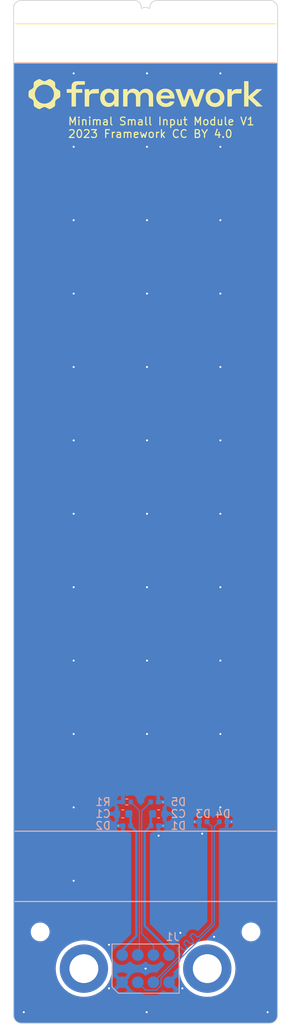
<source format=kicad_pcb>
(kicad_pcb (version 20221018) (generator pcbnew)
  (title_block (title "Minimal Small Input Module") (date "2023-03-12") (rev "V1") (company "Framework Computer Inc") (comment 1 "https://frame.work") (comment 2 "https://github.com/FrameworkComputer/InputModules") (comment 3 "This work is licensed under a Creative Commons Attribution 4.0 International License"))
  (layers (0 "F.Cu" signal) (31 "B.Cu" signal) (34 "B.Paste" user) (35 "F.Paste" user) (36 "B.SilkS" user "B.Silkscreen") (37 "F.SilkS" user "F.Silkscreen") (38 "B.Mask" user) (39 "F.Mask" user) (44 "Edge.Cuts" user))
  (net 0 "")
  (net 1 "GND")
  (net 2 "+3V3")
  (net 3 "+5V")
  (net 4 "/USB_DP")
  (net 5 "/USB_DN")
  (net 6 "/~{SLEEP}")
  (net 7 "/BOARD_ID")
  (footprint "MountingHole:MountingHole_2.1mm" (layer "F.Cu") (at 80.42 169.3)
    (fp_text reference "H4" hide)
    (fp_text value "MountingHole")
    (pad "" np_thru_hole circle (at 0 0) (size 2.1 2.1) (drill 2.1) (layers "*.Cu" "*.Mask"))
  )
  (footprint "MountingHole:MountingHole_2.1mm" (layer "F.Cu") (at 53.41 169.3)
    (fp_text reference "H3" hide)
    (fp_text value "MountingHole")
    (pad "" np_thru_hole circle (at 0 0) (size 2.1 2.1) (drill 2.1) (layers "*.Cu" "*.Mask"))
  )
  (footprint "InputModule:Framework-Logo_3.8mm_SilkScreen" (layer "F.Cu") (at 66.9125 62)
    (fp_text reference "G***" hide)
    (fp_text value "LOGO" hide)
    (fp_poly (pts (xy 13.191358 -0.696725) (xy 13.194163 0.264742) (xy 13.701497 -0.186237) (xy 14.20883 -0.637215) (xy 14.944264 -0.631431) (xy 14.35715 -0.116281) (xy 14.260339 -0.031182) (xy 14.168592 0.049769) (xy 14.083214 0.125399) (xy 14.005512 0.194538) (xy 13.936789 0.256016) (xy 13.878352 0.308661) (xy 13.831505 0.351303) (xy 13.797555 0.382771) (xy 13.777807 0.401895) (xy 13.773107 0.407511) (xy 13.781381 0.416351) (xy 13.80428 0.439065) (xy 13.840504 0.474402) (xy 13.888752 0.521109) (xy 13.947727 0.577936) (xy 14.016126 0.643632) (xy 14.09265 0.716946) (xy 14.176 0.796625) (xy 14.264875 0.881419) (xy 14.319758 0.933702) (xy 14.413547 1.023038) (xy 14.504318 1.109576) (xy 14.590548 1.191856) (xy 14.670712 1.268421) (xy 14.743286 1.337814) (xy 14.806745 1.398576) (xy 14.859567 1.44925) (xy 14.900225 1.488378) (xy 14.927198 1.514503) (xy 14.934615 1.521777) (xy 15.005892 1.592305) (xy 14.627135 1.591974) (xy 14.248379 1.591643) (xy 13.721271 1.089668) (xy 13.194163 0.587692) (xy 13.191307 1.089998) (xy 13.188451 1.592305) (xy 12.628621 1.592305) (xy 12.628621 -1.658193) (xy 13.188553 -1.658193)) (fill solid) (layer "F.SilkS"))
    (fp_poly (pts (xy 12.299178 -0.089694) (xy 11.890121 -0.084905) (xy 11.773837 -0.083384) (xy 11.676988 -0.081594) (xy 11.597046 -0.079241) (xy 11.531484 -0.076031) (xy 11.477773 -0.071671) (xy 11.433387 -0.065866) (xy 11.395797 -0.058322) (xy 11.362476 -0.048746) (xy 11.330896 -0.036842) (xy 11.298528 -0.022318) (xy 11.281542 -0.01412) (xy 11.204113 0.035213) (xy 11.142885 0.0993) (xy 11.098119 0.177789) (xy 11.070073 0.270326) (xy 11.069345 0.274092) (xy 11.066999 0.297725) (xy 11.064879 0.341747) (xy 11.063008 0.404589) (xy 11.061411 0.484679) (xy 11.060116 0.580444) (xy 11.059145 0.690315) (xy 11.058526 0.812718) (xy 11.058282 0.946084) (xy 11.058279 0.962372) (xy 11.058279 1.592305) (xy 10.487246 1.592305) (xy 10.487246 -0.636922) (xy 11.058279 -0.636922) (xy 11.058279 -0.283014) (xy 11.103022 -0.350017) (xy 11.173973 -0.436631) (xy 11.262137 -0.510308) (xy 11.366477 -0.570329) (xy 11.485955 -0.615973) (xy 11.486733 -0.616207) (xy 11.510544 -0.623001) (xy 11.533849 -0.62848) (xy 11.559392 -0.632822) (xy 11.589915 -0.636205) (xy 11.628161 -0.638806) (xy 11.676873 -0.640804) (xy 11.738795 -0.642376) (xy 11.816669 -0.643699) (xy 11.913238 -0.644953) (xy 11.934046 -0.645199) (xy 12.299178 -0.64948)) (fill solid) (layer "F.SilkS"))
    (fp_poly (pts (xy -5.984868 -0.089694) (xy -6.393926 -0.084905) (xy -6.505552 -0.083442) (xy -6.597553 -0.081838) (xy -6.672267 -0.079981) (xy -6.732034 -0.07776) (xy -6.77919 -0.075062) (xy -6.816075 -0.071775) (xy -6.845025 -0.067787) (xy -6.868381 -0.062986) (xy -6.87244 -0.061956) (xy -6.969931 -0.028672) (xy -7.052561 0.015783) (xy -7.118443 0.070117) (xy -7.165688 0.133039) (xy -7.170453 0.14196) (xy -7.18153 0.164502) (xy -7.191013 0.186641) (xy -7.199027 0.210211) (xy -7.205695 0.237044) (xy -7.211141 0.268975) (xy -7.21549 0.307836) (xy -7.218865 0.35546) (xy -7.221389 0.413681) (xy -7.223187 0.484332) (xy -7.224383 0.569247) (xy -7.225101 0.670258) (xy -7.225463 0.7892) (xy -7.225596 0.927905) (xy -7.225605 0.958128) (xy -7.225768 1.592305) (xy -7.796801 1.592305) (xy -7.796801 -0.636922) (xy -7.225768 -0.636922) (xy -7.225768 -0.283014) (xy -7.181025 -0.350017) (xy -7.110074 -0.436631) (xy -7.02191 -0.510308) (xy -6.91757 -0.570329) (xy -6.798092 -0.615973) (xy -6.797313 -0.616207) (xy -6.773502 -0.623001) (xy -6.750197 -0.62848) (xy -6.724655 -0.632822) (xy -6.694132 -0.636205) (xy -6.655886 -0.638806) (xy -6.607173 -0.640804) (xy -6.545252 -0.642376) (xy -6.467378 -0.643699) (xy -6.370809 -0.644953) (xy -6.35 -0.645199) (xy -5.984868 -0.64948)) (fill solid) (layer "F.SilkS"))
    (fp_poly (pts (xy -7.777361 -1.430328) (xy -7.780329 -1.202464) (xy -8.241548 -1.196973) (xy -8.354723 -1.195581) (xy -8.448112 -1.19427) (xy -8.523891 -1.19292) (xy -8.584235 -1.191409) (xy -8.63132 -1.189616) (xy -8.667323 -1.187419) (xy -8.694419 -1.184699) (xy -8.714784 -1.181333) (xy -8.730593 -1.177201) (xy -8.744022 -1.172181) (xy -8.752184 -1.168534) (xy -8.789623 -1.145966) (xy -8.827622 -1.115204) (xy -8.84216 -1.100555) (xy -8.869598 -1.065149) (xy -8.889796 -1.025999) (xy -8.903682 -0.979235) (xy -8.912184 -0.920989) (xy -8.916227 -0.847391) (xy -8.916905 -0.788668) (xy -8.916905 -0.636922) (xy -8.115262 -0.636922) (xy -8.115262 -0.164721) (xy -8.916905 -0.164721) (xy -8.916905 1.592305) (xy -9.487938 1.592305) (xy -9.487938 -0.164721) (xy -10.102897 -0.164721) (xy -10.102897 -0.636922) (xy -9.490525 -0.636922) (xy -9.484891 -0.886749) (xy -9.482167 -0.983243) (xy -9.478714 -1.060079) (xy -9.474362 -1.119554) (xy -9.468941 -1.163965) (xy -9.462282 -1.195609) (xy -9.462035 -1.196476) (xy -9.419784 -1.307455) (xy -9.361254 -1.403747) (xy -9.286851 -1.484952) (xy -9.196974 -1.550669) (xy -9.092028 -1.600499) (xy -9.037085 -1.618468) (xy -9.002078 -1.62745) (xy -8.963906 -1.635029) (xy -8.920503 -1.641313) (xy -8.869801 -1.646411) (xy -8.809732 -1.650432) (xy -8.738231 -1.653485) (xy -8.65323 -1.655678) (xy -8.552661 -1.657121) (xy -8.434458 -1.657922) (xy -8.296553 -1.658191) (xy -8.282794 -1.658193) (xy -7.774393 -1.658193)) (fill solid) (layer "F.SilkS"))
    (fp_poly (pts (xy 9.070952 -0.68246) (xy 9.230199 -0.654216) (xy 9.378923 -0.606888) (xy 9.517649 -0.540267) (xy 9.646901 -0.454145) (xy 9.767203 -0.348313) (xy 9.768735 -0.346783) (xy 9.871645 -0.228552) (xy 9.956115 -0.098742) (xy 10.021711 0.041649) (xy 10.067996 0.191622) (xy 10.094537 0.350179) (xy 10.099319 0.411803) (xy 10.097763 0.574071) (xy 10.075937 0.73065) (xy 10.034704 0.880063) (xy 9.974931 1.020834) (xy 9.897484 1.151486) (xy 9.803228 1.270543) (xy 9.69303 1.37653) (xy 9.567755 1.467969) (xy 9.438403 1.538693) (xy 9.327224 1.58287) (xy 9.204886 1.617675) (xy 9.077728 1.642009) (xy 8.952088 1.654771) (xy 8.834307 1.654863) (xy 8.790618 1.651083) (xy 8.623915 1.624268) (xy 8.47313 1.58387) (xy 8.336246 1.528982) (xy 8.211245 1.458696) (xy 8.096109 1.372107) (xy 8.026575 1.307622) (xy 7.923883 1.191011) (xy 7.840794 1.065843) (xy 7.776993 0.931314) (xy 7.732163 0.786622) (xy 7.705989 0.630963) (xy 7.69831 0.477691) (xy 8.269001 0.477691) (xy 8.2786 0.602568) (xy 8.306373 0.717796) (xy 8.350785 0.82211) (xy 8.410299 0.914245) (xy 8.483379 0.992937) (xy 8.56849 1.05692) (xy 8.664096 1.104931) (xy 8.768661 1.135704) (xy 8.880649 1.147974) (xy 8.998525 1.140477) (xy 9.059663 1.12881) (xy 9.15314 1.097492) (xy 9.240231 1.047979) (xy 9.323948 0.978507) (xy 9.335246 0.967412) (xy 9.401608 0.892332) (xy 9.451523 0.814257) (xy 9.489027 0.726143) (xy 9.506423 0.66863) (xy 9.5182 0.604948) (xy 9.524343 0.528201) (xy 9.524867 0.446471) (xy 9.519791 0.36784) (xy 9.509128 0.300389) (xy 9.50566 0.286468) (xy 9.464568 0.174077) (xy 9.406808 0.073625) (xy 9.334046 -0.013181) (xy 9.247948 -0.084634) (xy 9.150183 -0.139025) (xy 9.059663 -0.170436) (xy 8.99319 -0.181809) (xy 8.915474 -0.185872) (xy 8.834222 -0.182967) (xy 8.757144 -0.173435) (xy 8.691947 -0.157618) (xy 8.680804 -0.153651) (xy 8.575229 -0.102204) (xy 8.48362 -0.034543) (xy 8.40695 0.047838) (xy 8.346195 0.143445) (xy 8.30233 0.250782) (xy 8.27633 0.368354) (xy 8.269001 0.477691) (xy 7.69831 0.477691) (xy 7.698112 0.473733) (xy 7.708101 0.307232) (xy 7.737595 0.150494) (xy 7.786379 0.003932) (xy 7.854237 -0.132037) (xy 7.940954 -0.256999) (xy 8.046315 -0.370539) (xy 8.170105 -0.472241) (xy 8.199233 -0.492607) (xy 8.332362 -0.56999) (xy 8.476113 -0.628388) (xy 8.630709 -0.667865) (xy 8.796374 -0.688483) (xy 8.900657 -0.691829)) (fill solid) (layer "F.SilkS"))
    (fp_poly (pts (xy -4.650903 -0.679798) (xy -4.571159 -0.670673) (xy -4.51885 -0.66008) (xy -4.409776 -0.623382) (xy -4.304142 -0.572313) (xy -4.206483 -0.509795) (xy -4.121335 -0.438752) (xy -4.053233 -0.362108) (xy -4.050249 -0.358033) (xy -4.019196 -0.315165) (xy -4.019196 -0.636922) (xy -3.448163 -0.636922) (xy -3.448163 1.592305) (xy -4.008215 1.592305) (xy -4.00873 1.424838) (xy -4.009246 1.257372) (xy -4.038154 1.295806) (xy -4.05864 1.320208) (xy -4.089972 1.354249) (xy -4.127046 1.392472) (xy -4.148796 1.414046) (xy -4.239654 1.488748) (xy -4.34549 1.55145) (xy -4.461381 1.599438) (xy -4.513359 1.614948) (xy -4.573022 1.626784) (xy -4.647027 1.635649) (xy -4.727911 1.641163) (xy -4.808207 1.642947) (xy -4.88045 1.64062) (xy -4.925162 1.635902) (xy -5.070656 1.602823) (xy -5.208027 1.550335) (xy -5.33532 1.479556) (xy -5.450578 1.391606) (xy -5.551847 1.287604) (xy -5.567625 1.26829) (xy -5.649431 1.148351) (xy -5.715605 1.015206) (xy -5.765773 0.871449) (xy -5.79956 0.719672) (xy -5.816591 0.562469) (xy -5.816528 0.459828) (xy -5.237723 0.459828) (xy -5.23507 0.549761) (xy -5.225214 0.633203) (xy -5.216918 0.672431) (xy -5.177576 0.786382) (xy -5.121667 0.887397) (xy -5.050311 0.974143) (xy -4.96463 1.045284) (xy -4.865745 1.099486) (xy -4.854014 1.104396) (xy -4.753404 1.134283) (xy -4.644997 1.146776) (xy -4.53477 1.141588) (xy -4.447471 1.124007) (xy -4.346944 1.084879) (xy -4.25634 1.027137) (xy -4.177246 0.952484) (xy -4.111249 0.862626) (xy -4.05994 0.759268) (xy -4.033561 0.679612) (xy -4.022233 0.618921) (xy -4.015852 0.54438) (xy -4.014401 0.463535) (xy -4.017863 0.383929) (xy -4.026221 0.313108) (xy -4.034494 0.274535) (xy -4.074847 0.163999) (xy -4.131426 0.065105) (xy -4.202442 -0.020274) (xy -4.286109 -0.090269) (xy -4.380639 -0.143008) (xy -4.459891 -0.17073) (xy -4.515835 -0.180619) (xy -4.584625 -0.185442) (xy -4.657736 -0.185209) (xy -4.726646 -0.179933) (xy -4.780173 -0.170332) (xy -4.884969 -0.132028) (xy -4.97963 -0.075297) (xy -5.06238 -0.002017) (xy -5.131443 0.085929) (xy -5.185044 0.186662) (xy -5.221024 0.296665) (xy -5.233074 0.372447) (xy -5.237723 0.459828) (xy -5.816528 0.459828) (xy -5.816492 0.402432) (xy -5.798888 0.242154) (xy -5.763405 0.084229) (xy -5.746589 0.029679) (xy -5.702354 -0.085331) (xy -5.649051 -0.187012) (xy -5.582862 -0.281492) (xy -5.499967 -0.374901) (xy -5.485214 -0.38984) (xy -5.386175 -0.479262) (xy -5.284879 -0.550192) (xy -5.176287 -0.605393) (xy -5.055361 -0.647628) (xy -4.980637 -0.666588) (xy -4.911196 -0.677553) (xy -4.828225 -0.683341) (xy -4.739026 -0.684055)) (fill solid) (layer "F.SilkS"))
    (fp_poly (pts (xy 2.718428 -0.683016) (xy 2.873012 -0.656434) (xy 3.016018 -0.611693) (xy 3.148265 -0.548486) (xy 3.270569 -0.466508) (xy 3.360827 -0.388144) (xy 3.463433 -0.276501) (xy 3.547306 -0.156857) (xy 3.613096 -0.02769) (xy 3.661452 0.11252) (xy 3.693024 0.265295) (xy 3.708161 0.42553) (xy 3.715006 0.571033) (xy 1.943709 0.571033) (xy 1.943709 0.60167) (xy 1.949058 0.648718) (xy 1.963819 0.708173) (xy 1.986069 0.773632) (xy 2.01388 0.838692) (xy 2.01681 0.844758) (xy 2.073174 0.935831) (xy 2.146352 1.015364) (xy 2.233538 1.08169) (xy 2.331925 1.133141) (xy 2.438709 1.168053) (xy 2.551085 1.184756) (xy 2.59114 1.185992) (xy 2.697543 1.178232) (xy 2.801955 1.156052) (xy 2.899965 1.121107) (xy 2.987162 1.075048) (xy 3.059134 1.019529) (xy 3.073365 1.005284) (xy 3.130945 0.944401) (xy 3.410349 0.944401) (xy 3.486084 0.944544) (xy 3.554024 0.944944) (xy 3.611255 0.945563) (xy 3.65486 0.946361) (xy 3.681927 0.947299) (xy 3.689753 0.948187) (xy 3.686596 0.959808) (xy 3.678429 0.985936) (xy 3.670028 1.011765) (xy 3.625375 1.114885) (xy 3.561526 1.21545) (xy 3.481247 1.310661) (xy 3.387302 1.397719) (xy 3.282458 1.473824) (xy 3.169479 1.536177) (xy 3.138032 1.550252) (xy 2.997425 1.599486) (xy 2.844841 1.633464) (xy 2.684644 1.651603) (xy 2.521205 1.653317) (xy 2.422552 1.646129) (xy 2.264431 1.61919) (xy 2.11319 1.573038) (xy 1.970844 1.508775) (xy 1.839409 1.427501) (xy 1.720901 1.33032) (xy 1.617335 1.218332) (xy 1.600654 1.196974) (xy 1.550733 1.122369) (xy 1.502118 1.03338) (xy 1.458366 0.937467) (xy 1.423037 0.842093) (xy 1.409364 0.795894) (xy 1.398567 0.753344) (xy 1.39075 0.715769) (xy 1.385417 0.678096) (xy 1.382067 0.635253) (xy 1.380202 0.582168) (xy 1.379324 0.513766) (xy 1.379175 0.488673) (xy 1.379395 0.402741) (xy 1.381516 0.333175) (xy 1.386288 0.274405) (xy 1.39446 0.220865) (xy 1.402277 0.186684) (xy 1.965672 0.186684) (xy 3.1202 0.186684) (xy 3.113261 0.161976) (xy 3.087591 0.094512) (xy 3.049069 0.022771) (xy 3.002757 -0.044817) (xy 2.959173 -0.094566) (xy 2.879045 -0.16077) (xy 2.791004 -0.208448) (xy 2.692816 -0.238448) (xy 2.582248 -0.251615) (xy 2.542634 -0.25241) (xy 2.423475 -0.243979) (xy 2.317385 -0.218658) (xy 2.222637 -0.175788) (xy 2.137502 -0.114709) (xy 2.106623 -0.085901) (xy 2.072262 -0.046434) (xy 2.038269 0.001485) (xy 2.007669 0.052509) (xy 1.983489 0.101292) (xy 1.968754 0.142488) (xy 1.965672 0.163128) (xy 1.965672 0.186684) (xy 1.402277 0.186684) (xy 1.406781 0.166987) (xy 1.423999 0.107202) (xy 1.435315 0.071379) (xy 1.4861 -0.060402) (xy 1.550222 -0.178591) (xy 1.631034 -0.288832) (xy 1.685598 -0.350012) (xy 1.797927 -0.452755) (xy 1.923226 -0.537774) (xy 2.061498 -0.605073) (xy 2.163337 -0.640836) (xy 2.237984 -0.661483) (xy 2.307307 -0.676008) (xy 2.378085 -0.6853) (xy 2.457097 -0.69025) (xy 2.551121 -0.691745) (xy 2.551452 -0.691746)) (fill solid) (layer "F.SilkS"))
    (fp_poly (pts (xy 6.258654 0.079419) (xy 6.302858 0.201164) (xy 6.34499 0.31689) (xy 6.38444 0.424935) (xy 6.420594 0.52364) (xy 6.452842 0.611343) (xy 6.480571 0.686384) (xy 6.503171 0.747102) (xy 6.520028 0.791837) (xy 6.530532 0.818927) (xy 6.533967 0.826801) (xy 6.538673 0.818151) (xy 6.549874 0.790347) (xy 6.566982 0.745026) (xy 6.589411 0.683825) (xy 6.616575 0.60838) (xy 6.647887 0.520329) (xy 6.682761 0.421308) (xy 6.720611 0.312953) (xy 6.76085 0.196902) (xy 6.791653 0.107519) (xy 6.833374 -0.013667) (xy 6.87313 -0.128777) (xy 6.91033 -0.236123) (xy 6.944383 -0.334019) (xy 6.974698 -0.420777) (xy 7.000686 -0.494709) (xy 7.021754 -0.554128) (xy 7.037313 -0.597347) (xy 7.046771 -0.622677) (xy 7.049463 -0.628882) (xy 7.062108 -0.631096) (xy 7.093637 -0.632856) (xy 7.140974 -0.6341) (xy 7.201046 -0.634769) (xy 7.270776 -0.6348) (xy 7.327227 -0.634372) (xy 7.597408 -0.631431) (xy 6.782946 1.614267) (xy 6.528428 1.614267) (xy 6.447374 1.61422) (xy 6.385538 1.613908) (xy 6.340175 1.613076) (xy 6.308539 1.611468) (xy 6.287887 1.608828) (xy 6.275473 1.6049) (xy 6.268552 1.599428) (xy 6.26438 1.592158) (xy 6.263241 1.589559) (xy 6.257795 1.575393) (xy 6.24544 1.542289) (xy 6.226799 1.491938) (xy 6.202493 1.426033) (xy 6.173145 1.346267) (xy 6.139378 1.254333) (xy 6.101813 1.151922) (xy 6.061072 1.040727) (xy 6.017778 0.922441) (xy 5.978707 0.815594) (xy 5.919703 0.654669) (xy 5.867823 0.514252) (xy 5.822978 0.394107) (xy 5.785076 0.293999) (xy 5.754026 0.213691) (xy 5.729737 0.152949) (xy 5.712118 0.111536) (xy 5.701078 0.089217) (xy 5.696659 0.085331) (xy 5.691651 0.098544) (xy 5.679766 0.130729) (xy 5.661614 0.180214) (xy 5.637805 0.245323) (xy 5.60895 0.324382) (xy 5.575659 0.415718) (xy 5.538545 0.517657) (xy 5.498215 0.628523) (xy 5.455283 0.746644) (xy 5.415365 0.85655) (xy 5.142255 1.608777) (xy 4.89447 1.611726) (xy 4.822943 1.612186) (xy 4.759005 1.611848) (xy 4.705845 1.610793) (xy 4.666653 1.609097) (xy 4.644616 1.606839) (xy 4.641019 1.605508) (xy 4.63661 1.594356) (xy 4.625199 1.564268) (xy 4.607386 1.516863) (xy 4.583772 1.45376) (xy 4.554957 1.376578) (xy 4.521541 1.286934) (xy 4.484126 1.186448) (xy 4.443311 1.076738) (xy 4.399698 0.959424) (xy 4.353886 0.836123) (xy 4.306475 0.708454) (xy 4.258068 0.578036) (xy 4.209263 0.446488) (xy 4.160661 0.315428) (xy 4.112864 0.186475) (xy 4.06647 0.061247) (xy 4.022082 -0.058636) (xy 3.980299 -0.171557) (xy 3.941721 -0.275896) (xy 3.90695 -0.370035) (xy 3.876585 -0.452355) (xy 3.851228 -0.521237) (xy 3.831478 -0.575064) (xy 3.817936 -0.612216) (xy 3.811202 -0.631074) (xy 3.810549 -0.633147) (xy 3.821066 -0.634126) (xy 3.850764 -0.635011) (xy 3.896857 -0.635766) (xy 3.956564 -0.636359) (xy 4.027102 -0.636755) (xy 4.105686 -0.636919) (xy 4.11699 -0.636922) (xy 4.423431 -0.636922) (xy 4.455772 -0.546325) (xy 4.46511 -0.519774) (xy 4.480851 -0.474548) (xy 4.502271 -0.412744) (xy 4.528646 -0.336461) (xy 4.559251 -0.247798) (xy 4.593363 -0.148853) (xy 4.630256 -0.041724) (xy 4.669206 0.07149) (xy 4.709489 0.18869) (xy 4.711616 0.194883) (xy 4.750917 0.308796) (xy 4.788268 0.416109) (xy 4.823045 0.515093) (xy 4.854625 0.604016) (xy 4.882384 0.681148) (xy 4.905698 0.74476) (xy 4.923943 0.79312) (xy 4.936497 0.824498) (xy 4.942735 0.837165) (xy 4.943175 0.837295) (xy 4.948153 0.825866) (xy 4.959974 0.795434) (xy 4.978028 0.747658) (xy 5.001702 0.684192) (xy 5.030385 0.606694) (xy 5.063465 0.516821) (xy 5.100331 0.416228) (xy 5.140371 0.306574) (xy 5.182973 0.189514) (xy 5.219864 0.087851) (xy 5.488499 -0.653394) (xy 5.73965 -0.656335) (xy 5.990801 -0.659277)) (fill solid) (layer "F.SilkS"))
    (fp_poly (pts (xy -1.509944 -0.686381) (xy -1.44244 -0.677435) (xy -1.368078 -0.662942) (xy -1.294826 -0.644794) (xy -1.230651 -0.624881) (xy -1.199233 -0.61262) (xy -1.123918 -0.573489) (xy -1.045517 -0.522237) (xy -0.973047 -0.465071) (xy -0.939101 -0.433478) (xy -0.901836 -0.392848) (xy -0.864011 -0.345936) (xy -0.829482 -0.298119) (xy -0.802108 -0.254769) (xy -0.785746 -0.221262) (xy -0.784823 -0.218532) (xy -0.77777 -0.202967) (xy -0.7689 -0.201098) (xy -0.755865 -0.214691) (xy -0.736319 -0.245512) (xy -0.726554 -0.262356) (xy -0.668676 -0.346373) (xy -0.594137 -0.428265) (xy -0.508102 -0.503454) (xy -0.415735 -0.567367) (xy -0.333464 -0.610584) (xy -0.23282 -0.646395) (xy -0.120077 -0.671711) (xy -0.002988 -0.685427) (xy 0.110691 -0.686438) (xy 0.165322 -0.681647) (xy 0.254495 -0.668093) (xy 0.330304 -0.6507) (xy 0.401308 -0.626971) (xy 0.476065 -0.594408) (xy 0.494163 -0.585664) (xy 0.541818 -0.561128) (xy 0.580859 -0.537453) (xy 0.617105 -0.510287) (xy 0.656378 -0.475276) (xy 0.703328 -0.429243) (xy 0.749855 -0.381372) (xy 0.784581 -0.341985) (xy 0.812056 -0.304896) (xy 0.836825 -0.263923) (xy 0.863437 -0.212881) (xy 0.865549 -0.208647) (xy 0.88508 -0.169542) (xy 0.902044 -0.13494) (xy 0.916628 -0.103044) (xy 0.929019 -0.072057) (xy 0.939405 -0.040183) (xy 0.947974 -0.005625) (xy 0.954913 0.033414) (xy 0.96041 0.078731) (xy 0.964653 0.132123) (xy 0.967829 0.195385) (xy 0.970126 0.270316) (xy 0.971731 0.358712) (xy 0.972833 0.462369) (xy 0.973618 0.583084) (xy 0.974275 0.722655) (xy 0.974781 0.837333) (xy 0.978201 1.592305) (xy 0.418826 1.592305) (xy 0.414613 0.936165) (xy 0.413666 0.797334) (xy 0.412706 0.678679) (xy 0.411676 0.57841) (xy 0.410519 0.49474) (xy 0.409179 0.425882) (xy 0.407597 0.370048) (xy 0.405717 0.325449) (xy 0.403482 0.290299) (xy 0.400834 0.262808) (xy 0.397717 0.24119) (xy 0.394073 0.223656) (xy 0.391549 0.214138) (xy 0.351244 0.105693) (xy 0.297449 0.014501) (xy 0.230429 -0.059237) (xy 0.150447 -0.11532) (xy 0.057765 -0.153544) (xy -0.047355 -0.173707) (xy -0.117235 -0.177052) (xy -0.189863 -0.174751) (xy -0.24968 -0.166711) (xy -0.305493 -0.151071) (xy -0.366106 -0.125973) (xy -0.372 -0.123232) (xy -0.427497 -0.089574) (xy -0.484961 -0.041852) (xy -0.538059 0.013662) (xy -0.580462 0.070696) (xy -0.596163 0.098833) (xy -0.609548 0.126784) (xy -0.621017 0.152158) (xy -0.63073 0.176845) (xy -0.638846 0.202734) (xy -0.645524 0.231715) (xy -0.650924 0.265676) (xy -0.655205 0.306507) (xy -0.658526 0.356096) (xy -0.661046 0.416334) (xy -0.662925 0.489109) (xy -0.664321 0.576311) (xy -0.665394 0.679829) (xy -0.666304 0.801552) (xy -0.667198 0.941656) (xy -0.671274 1.592305) (xy -1.228385 1.592305) (xy -1.232598 0.936165) (xy -1.233546 0.797334) (xy -1.234506 0.678679) (xy -1.235536 0.57841) (xy -1.236692 0.49474) (xy -1.238033 0.425882) (xy -1.239615 0.370048) (xy -1.241494 0.325449) (xy -1.24373 0.290299) (xy -1.246377 0.262808) (xy -1.249494 0.24119) (xy -1.253138 0.223656) (xy -1.255662 0.214138) (xy -1.295968 0.105693) (xy -1.349762 0.014501) (xy -1.416782 -0.059237) (xy -1.496765 -0.11532) (xy -1.589447 -0.153544) (xy -1.694566 -0.173707) (xy -1.764446 -0.177052) (xy -1.837613 -0.174698) (xy -1.897797 -0.166533) (xy -1.953609 -0.150746) (xy -2.013661 -0.125528) (xy -2.016977 -0.123964) (xy -2.101981 -0.071739) (xy -2.174599 -0.00178) (xy -2.234097 0.085031) (xy -2.279741 0.187808) (xy -2.2822 0.194987) (xy -2.310835 0.280026) (xy -2.314723 0.936165) (xy -2.318611 1.592305) (xy -2.877129 1.592305) (xy -2.877129 -0.636922) (xy -2.317609 -0.636922) (xy -2.314598 -0.454312) (xy -2.311587 -0.271703) (xy -2.276209 -0.326334) (xy -2.241868 -0.371311) (xy -2.194505 -0.422575) (xy -2.139758 -0.474835) (xy -2.08327 -0.5228) (xy -2.030679 -0.561179) (xy -2.016238 -0.570191) (xy -1.917258 -0.618754) (xy -1.806425 -0.655789) (xy -1.69072 -0.679696) (xy -1.577125 -0.688871)) (fill solid) (layer "F.SilkS"))
    (fp_poly (pts (xy -13.60297 -1.921505) (xy -13.581398 -1.920442) (xy -13.559572 -1.916639) (xy -13.534705 -1.908824) (xy -13.504009 -1.895728) (xy -13.464696 -1.87608) (xy -13.413979 -1.848609) (xy -13.349069 -1.812046) (xy -13.295381 -1.781329) (xy -13.219304 -1.738685) (xy -13.157437 -1.706838) (xy -13.105758 -1.684338) (xy -13.060249 -1.669731) (xy -13.016888 -1.661567) (xy -12.971657 -1.658393) (xy -12.954425 -1.658193) (xy -12.913051 -1.660019) (xy -12.872598 -1.666352) (xy -12.829743 -1.678476) (xy -12.781165 -1.697673) (xy -12.723541 -1.725227) (xy -12.653548 -1.762419) (xy -12.584681 -1.800959) (xy -12.506665 -1.844672) (xy -12.444036 -1.877743) (xy -12.393438 -1.900982) (xy -12.351518 -1.915198) (xy -12.314919 -1.921202) (xy -12.280287 -1.919803) (xy -12.244268 -1.91181) (xy -12.203507 -1.898033) (xy -12.195249 -1.894941) (xy -12.112574 -1.859965) (xy -12.023347 -1.815749) (xy -11.932435 -1.765226) (xy -11.844705 -1.71133) (xy -11.765026 -1.656993) (xy -11.698266 -1.605148) (xy -11.66606 -1.576092) (xy -11.622246 -1.525945) (xy -11.598615 -1.480839) (xy -11.597487 -1.476999) (xy -11.593628 -1.45189) (xy -11.590267 -1.409005) (xy -11.587605 -1.352526) (xy -11.585842 -1.286639) (xy -11.58518 -1.218936) (xy -11.584566 -1.131412) (xy -11.582669 -1.062001) (xy -11.578953 -1.006868) (xy -11.572881 -0.962176) (xy -11.563917 -0.924089) (xy -11.551525 -0.888771) (xy -11.535168 -0.852385) (xy -11.533454 -0.848867) (xy -11.510163 -0.807634) (xy -11.481131 -0.769423) (xy -11.443757 -0.732039) (xy -11.395438 -0.693289) (xy -11.333572 -0.650977) (xy -11.255557 -0.602907) (xy -11.210766 -0.576655) (xy -11.133657 -0.531245) (xy -11.073599 -0.493441) (xy -11.028146 -0.460732) (xy -10.994855 -0.430606) (xy -10.971283 -0.400553) (xy -10.954985 -0.368061) (xy -10.943517 -0.33062) (xy -10.935978 -0.294327) (xy -10.930163 -0.248954) (xy -10.92566 -0.185461) (xy -10.922661 -0.107662) (xy -10.921354 -0.019372) (xy -10.921313 0) (xy -10.922242 0.089997) (xy -10.924905 0.170298) (xy -10.92911 0.237087) (xy -10.934667 0.286552) (xy -10.935978 0.294327) (xy -10.945313 0.337748) (xy -10.957476 0.374151) (xy -10.974912 0.406049) (xy -11.000068 0.435958) (xy -11.035389 0.466393) (xy -11.08332 0.499868) (xy -11.146307 0.5389) (xy -11.210406 0.576524) (xy -11.307433 0.6344) (xy -11.386277 0.686468) (xy -11.448794 0.735905) (xy -11.496842 0.785892) (xy -11.532277 0.839606) (xy -11.556957 0.900226) (xy -11.572738 0.97093) (xy -11.581477 1.054896) (xy -11.585031 1.155304) (xy -11.585448 1.218498) (xy -11.586087 1.290438) (xy -11.587834 1.356467) (xy -11.5905 1.412491) (xy -11.593892 1.454415) (xy -11.597487 1.477) (xy -11.619546 1.52203) (xy -11.662394 1.572188) (xy -11.666117 1.575832) (xy -11.720493 1.623292) (xy -11.786718 1.672753) (xy -11.861352 1.722371) (xy -11.94095 1.770304) (xy -12.02207 1.81471) (xy -12.10127 1.853746) (xy -12.175107 1.88557) (xy -12.240139 1.908339) (xy -12.292922 1.920211) (xy -12.31199 1.921506) (xy -12.333866 1.920469) (xy -12.355828 1.916742) (xy -12.380677 1.909052) (xy -12.411215 1.896129) (xy -12.450241 1.8767) (xy -12.500557 1.849494) (xy -12.564963 1.81324) (xy -12.620745 1.78133) (xy -12.696073 1.739048) (xy -12.75725 1.707449) (xy -12.808431 1.685082) (xy -12.853773 1.670494) (xy -12.897431 1.662235) (xy -12.943561 1.658854) (xy -12.972331 1.658551) (xy -13.012865 1.660518) (xy -13.052057 1.666879) (xy -13.0934 1.679001) (xy -13.140389 1.698246) (xy -13.196519 1.725979) (xy -13.265285 1.763564) (xy -13.316921 1.793061) (xy -13.374268 1.825828) (xy -13.427816 1.855774) (xy -13.473516 1.880683) (xy -13.507316 1.898339) (xy -13.522278 1.905427) (xy -13.579671 1.919591) (xy -13.644463 1.916383) (xy -13.719191 1.895621) (xy -13.733202 1.890278) (xy -13.821046 1.851724) (xy -13.915551 1.803533) (xy -14.011004 1.749102) (xy -14.101697 1.691826) (xy -14.181918 1.635104) (xy -14.236228 1.591081) (xy -14.265789 1.563732) (xy -14.288432 1.538113) (xy -14.305077 1.51079) (xy -14.316644 1.478324) (xy -14.32405 1.43728) (xy -14.328217 1.384222) (xy -14.330063 1.315712) (xy -14.330498 1.238695) (xy -14.331258 1.14531) (xy -14.333654 1.070233) (xy -14.338212 1.009835) (xy -14.345454 0.960491) (xy -14.355906 0.918572) (xy -14.370091 0.880452) (xy -14.387444 0.844561) (xy -14.413932 0.800607) (xy -14.446257 0.760186) (xy -14.487243 0.720912) (xy -14.539713 0.680395) (xy -14.606493 0.636247) (xy -14.690405 0.586079) (xy -14.698617 0.581346) (xy -14.775188 0.536577) (xy -14.834687 0.499745) (xy -14.879617 0.468828) (xy -14.912483 0.441802) (xy -14.935787 0.416648) (xy -14.952033 0.391342) (xy -14.962015 0.3686) (xy -14.976392 0.315244) (xy -14.987376 0.244755) (xy -14.994967 0.161698) (xy -14.999166 0.07064) (xy -14.999713 0.006585) (xy -14.182083 0.006585) (xy -14.171657 0.160803) (xy -14.142073 0.311339) (xy -14.093975 0.456491) (xy -14.02801 0.594556) (xy -13.944821 0.723833) (xy -13.845055 0.842621) (xy -13.729357 0.949216) (xy -13.598372 1.041919) (xy -13.50164 1.095781) (xy -13.353299 1.158287) (xy -13.199644 1.199652) (xy -13.040333 1.219925) (xy -12.875028 1.219157) (xy -12.754907 1.206028) (xy -12.607157 1.172923) (xy -12.463984 1.11967) (xy -12.327741 1.047973) (xy -12.20078 0.959536) (xy -12.085456 0.85606) (xy -11.984121 0.73925) (xy -11.899127 0.610809) (xy -11.877565 0.571033) (xy -11.820071 0.447207) (xy -11.779229 0.328514) (xy -11.75339 0.208148) (xy -11.740903 0.079301) (xy -11.739127 0) (xy -11.744771 -0.136064) (xy -11.76228 -0.258655) (xy -11.792517 -0.373308) (xy -11.801373 -0.39917) (xy -11.866741 -0.551226) (xy -11.948931 -0.690382) (xy -12.046532 -0.815633) (xy -12.158133 -0.925976) (xy -12.282322 -1.020408) (xy -12.417688 -1.097925) (xy -12.56282 -1.157524) (xy -12.716306 -1.198201) (xy -12.876734 -1.218952) (xy -12.958063 -1.221543) (xy -13.119954 -1.211018) (xy -13.276369 -1.180169) (xy -13.425681 -1.130088) (xy -13.566265 -1.061864) (xy -13.696493 -0.976589) (xy -13.814741 -0.875353) (xy -13.91938 -0.759247) (xy -14.008786 -0.629361) (xy -14.081331 -0.486786) (xy -14.091956 -0.46115) (xy -14.142878 -0.306094) (xy -14.172705 -0.149615) (xy -14.182083 0.006585) (xy -14.999713 0.006585) (xy -14.999973 -0.023855) (xy -14.997391 -0.117219) (xy -14.991419 -0.204888) (xy -14.982058 -0.282296) (xy -14.969309 -0.344877) (xy -14.961879 -0.3686) (xy -14.949703 -0.395551) (xy -14.932544 -0.420668) (xy -14.907902 -0.445971) (xy -14.873278 -0.473479) (xy -14.826174 -0.505212) (xy -14.76409 -0.543189) (xy -14.698617 -0.581346) (xy -14.613079 -0.632151) (xy -14.54492 -0.676729) (xy -14.491315 -0.717467) (xy -14.449441 -0.756755) (xy -14.416474 -0.79698) (xy -14.38959 -0.840532) (xy -14.387444 -0.844561) (xy -14.36924 -0.882429) (xy -14.355265 -0.920659) (xy -14.344996 -0.962879) (xy -14.337908 -1.012716) (xy -14.333478 -1.073798) (xy -14.331181 -1.149751) (xy -14.330498 -1.238694) (xy -14.329948 -1.323901) (xy -14.327898 -1.390589) (xy -14.323428 -1.442195) (xy -14.315619 -1.482155) (xy -14.303552 -1.513905) (xy -14.286307 -1.540881) (xy -14.262966 -1.56652) (xy -14.236228 -1.59108) (xy -14.174161 -1.641335) (xy -14.102113 -1.692346) (xy -14.023485 -1.742338) (xy -13.94168 -1.789537) (xy -13.860098 -1.832168) (xy -13.782143 -1.868455) (xy -13.711215 -1.896624) (xy -13.650716 -1.914899) (xy -13.604049 -1.921506)) (fill solid) (layer "F.SilkS"))
  )
  (footprint "InputModule:MountingHole_3.7mm_Pad_24929" (layer "B.Cu") (at 59.01 174 180)
    (fp_text reference "H1" hide)
    (fp_text value "24929")
    (pad "1" thru_hole circle (at 0 0 180) (size 6.2 6.2) (drill 3.7) (layers "*.Cu" "*.Mask" "B.Paste"))
  )
  (footprint "Diode_SMD:D_0402_1005Metric" (layer "B.Cu") (at 68.049 152.654 180)
    (fp_text reference "D5" (at -3.071 0) (layer "B.SilkS") (effects (justify mirror)))
    (fp_text value "D_TVS" hide)
    (fp_circle (center -1.09 0) (end -1.04 0) (stroke (width 0.1)) (fill none) (layer "B.SilkS"))
    (pad "1" smd roundrect (at -0.485 0 180) (size 0.59 0.64) (layers "B.Cu" "B.Paste" "B.Mask") (net 1 "GND"))
    (pad "2" smd roundrect (at 0.485 0 180) (size 0.59 0.64) (layers "B.Cu" "B.Paste" "B.Mask") (net 6 "/~{SLEEP}"))
  )
  (footprint "Resistor_SMD:R_0402_1005Metric" (layer "B.Cu") (at 64.516 152.654 180)
    (fp_text reference "R1" (at 3.048 0) (layer "B.SilkS") (effects (justify mirror)))
    (fp_text value "180k")
    (fp_line (start -0.153641 -0.38) (end 0.153641 -0.38) (stroke (width 0.12)) (layer "B.SilkS"))
    (fp_line (start -0.153641 0.38) (end 0.153641 0.38) (stroke (width 0.12)) (layer "B.SilkS"))
    (pad "1" smd roundrect (at -0.51 0 180) (size 0.54 0.64) (layers "B.Cu" "B.Paste" "B.Mask") (net 7 "/BOARD_ID"))
    (pad "2" smd roundrect (at 0.51 0 180) (size 0.54 0.64) (layers "B.Cu" "B.Paste" "B.Mask") (net 1 "GND"))
  )
  (footprint "Capacitor_SMD:C_0603_1608Metric" (layer "B.Cu") (at 63.995 154.178 180)
    (fp_text reference "C1" (at 2.527 0) (layer "B.SilkS") (effects (justify mirror)))
    (fp_text value "10uF")
    (fp_line (start -0.14058 -0.51) (end 0.14058 -0.51) (stroke (width 0.12)) (layer "B.SilkS"))
    (fp_line (start -0.14058 0.51) (end 0.14058 0.51) (stroke (width 0.12)) (layer "B.SilkS"))
    (pad "1" smd roundrect (at -0.775 0 180) (size 0.9 0.95) (layers "B.Cu" "B.Paste" "B.Mask") (net 3 "+5V"))
    (pad "2" smd roundrect (at 0.775 0 180) (size 0.9 0.95) (layers "B.Cu" "B.Paste" "B.Mask") (net 1 "GND"))
  )
  (footprint "Diode_SMD:D_0402_1005Metric" (layer "B.Cu") (at 68.072 155.702 180)
    (fp_text reference "D1" (at -3.048 0) (layer "B.SilkS") (effects (justify mirror)))
    (fp_text value "D_TVS")
    (fp_circle (center -1.09 0) (end -1.04 0) (stroke (width 0.1)) (fill none) (layer "B.SilkS"))
    (pad "1" smd roundrect (at -0.485 0 180) (size 0.59 0.64) (layers "B.Cu" "B.Paste" "B.Mask") (net 1 "GND"))
    (pad "2" smd roundrect (at 0.485 0 180) (size 0.59 0.64) (layers "B.Cu" "B.Paste" "B.Mask") (net 2 "+3V3"))
  )
  (footprint "InputModule:PogoPads_2x4_P2.0mm" (layer "B.Cu") (at 66.915 174 180)
    (fp_text reference "J1" (at -3.443 4.074 180) (layer "B.SilkS") (effects (justify mirror)))
    (fp_text value "Conn_02x04_Odd_Even")
    (fp_line (start -4.3 -3.15) (end -4.3 3.15) (stroke (width 0.12)) (layer "B.SilkS"))
    (fp_line (start -4.3 3.15) (end 4.3 3.15) (stroke (width 0.12)) (layer "B.SilkS"))
    (fp_line (start 3.5 -3.15) (end -4.3 -3.15) (stroke (width 0.12)) (layer "B.SilkS"))
    (fp_line (start 3.5 -3.15) (end 4.3 -2.35) (stroke (width 0.12)) (layer "B.SilkS"))
    (fp_line (start 4.3 3.15) (end 4.3 -2.35) (stroke (width 0.12)) (layer "B.SilkS"))
    (pad "1" smd circle (at 3 -1.75 180) (size 1.5 1.5) (property pad_prop_testpoint) (layers "B.Cu" "B.Mask") (net 1 "GND"))
    (pad "2" smd circle (at 3 1.75 180) (size 1.5 1.5) (property pad_prop_testpoint) (layers "B.Cu" "B.Mask") (net 3 "+5V"))
    (pad "3" smd circle (at 1 -1.75 180) (size 1.5 1.5) (property pad_prop_testpoint) (layers "B.Cu" "B.Mask") (net 5 "/USB_DN"))
    (pad "4" smd circle (at 1 1.75 180) (size 1.5 1.5) (property pad_prop_testpoint) (layers "B.Cu" "B.Mask") (net 7 "/BOARD_ID"))
    (pad "5" smd circle (at -1 -1.75 180) (size 1.5 1.5) (property pad_prop_testpoint) (layers "B.Cu" "B.Mask") (net 4 "/USB_DP"))
    (pad "6" smd circle (at -1 1.75 180) (size 1.5 1.5) (property pad_prop_testpoint) (layers "B.Cu" "B.Mask") (net 6 "/~{SLEEP}"))
    (pad "7" smd circle (at -3 -1.75 180) (size 1.5 1.5) (property pad_prop_testpoint) (layers "B.Cu" "B.Mask") (net 1 "GND"))
    (pad "8" smd circle (at -3 1.75 180) (size 1.5 1.5) (property pad_prop_testpoint) (layers "B.Cu" "B.Mask") (net 2 "+3V3"))
  )
  (footprint "Capacitor_SMD:C_0603_1608Metric" (layer "B.Cu") (at 68.58 154.178)
    (fp_text reference "C2" (at 2.54 0 180) (layer "B.SilkS") (effects (justify mirror)))
    (fp_text value "10uF")
    (fp_line (start -0.14058 -0.51) (end 0.14058 -0.51) (stroke (width 0.12)) (layer "B.SilkS"))
    (fp_line (start -0.14058 0.51) (end 0.14058 0.51) (stroke (width 0.12)) (layer "B.SilkS"))
    (pad "1" smd roundrect (at -0.775 0) (size 0.9 0.95) (layers "B.Cu" "B.Paste" "B.Mask") (net 2 "+3V3"))
    (pad "2" smd roundrect (at 0.775 0) (size 0.9 0.95) (layers "B.Cu" "B.Paste" "B.Mask") (net 1 "GND"))
  )
  (footprint "InputModule:MountingHole_3.7mm_Pad_24929" (layer "B.Cu") (at 74.82 174 180)
    (fp_text reference "H2" hide)
    (fp_text value "24929")
    (pad "1" thru_hole circle (at 0 0 180) (size 6.2 6.2) (drill 3.7) (layers "*.Cu" "*.Mask" "B.Paste"))
  )
  (footprint "Diode_SMD:D_0402_1005Metric" (layer "B.Cu") (at 76.835 155.194 180)
    (fp_text reference "D4" (at 0 1.016) (layer "B.SilkS") (effects (justify mirror)))
    (fp_text value "D_TVS")
    (fp_circle (center -1.09 0) (end -1.04 0) (stroke (width 0.1)) (fill none) (layer "B.SilkS"))
    (pad "1" smd roundrect (at -0.485 0 180) (size 0.59 0.64) (layers "B.Cu" "B.Paste" "B.Mask") (net 1 "GND"))
    (pad "2" smd roundrect (at 0.485 0 180) (size 0.59 0.64) (layers "B.Cu" "B.Paste" "B.Mask") (net 5 "/USB_DN"))
  )
  (footprint "Diode_SMD:D_0402_1005Metric" (layer "B.Cu") (at 64.516 155.702)
    (fp_text reference "D2" (at -3.048 0 180) (layer "B.SilkS") (effects (justify mirror)))
    (fp_text value "D_TVS")
    (fp_circle (center -1.09 0) (end -1.04 0) (stroke (width 0.1)) (fill none) (layer "B.SilkS"))
    (pad "1" smd roundrect (at -0.485 0) (size 0.59 0.64) (layers "B.Cu" "B.Paste" "B.Mask") (net 1 "GND"))
    (pad "2" smd roundrect (at 0.485 0) (size 0.59 0.64) (layers "B.Cu" "B.Paste" "B.Mask") (net 3 "+5V"))
  )
  (footprint "Diode_SMD:D_0402_1005Metric" (layer "B.Cu") (at 74.295 155.194)
    (fp_text reference "D3" (at 0 -1.016) (layer "B.SilkS") (effects (justify mirror)))
    (fp_text value "D_TVS")
    (fp_circle (center -1.09 0) (end -1.04 0) (stroke (width 0.1)) (fill none) (layer "B.SilkS"))
    (pad "1" smd roundrect (at -0.485 0) (size 0.59 0.64) (layers "B.Cu" "B.Paste" "B.Mask") (net 1 "GND"))
    (pad "2" smd roundrect (at 0.485 0) (size 0.59 0.64) (layers "B.Cu" "B.Paste" "B.Mask") (net 4 "/USB_DP"))
  )
  (gr_line (start 50.2 58) (end 83.625 58) (stroke (width 0.15)) (layer "B.SilkS"))
  (gr_line (start 50.2 156.4) (end 83.625 156.4) (stroke (width 0.15)) (layer "B.SilkS"))
  (gr_line (start 50.2 165.4) (end 83.625 165.4) (stroke (width 0.15)) (layer "B.SilkS"))
  (gr_line (start 50.2 165.4) (end 83.625 165.4) (stroke (width 0.15)) (layer "F.SilkS"))
  (gr_line (start 50.2 53) (end 83.625 53) (stroke (width 0.15)) (layer "F.SilkS"))
  (gr_line (start 82.825 50) (end 68.365 50) (stroke (width 0.1)) (layer "Edge.Cuts"))
  (gr_line (start 83.825 51) (end 83.825 180) (stroke (width 0.1)) (layer "Edge.Cuts"))
  (gr_arc (start 65.46 50) (mid 66.096396 50.263604) (end 66.36 50.9) (stroke (width 0.1)) (layer "Edge.Cuts"))
  (gr_arc (start 51 181) (mid 50.292893 180.707107) (end 50 180) (stroke (width 0.1)) (layer "Edge.Cuts"))
  (gr_arc (start 82.825 50) (mid 83.532107 50.292893) (end 83.825 51) (stroke (width 0.1)) (layer "Edge.Cuts"))
  (gr_arc (start 66.614 50.9) (mid 66.487 51.027) (end 66.36 50.9) (stroke (width 0.1)) (layer "Edge.Cuts"))
  (gr_line (start 82.825 181) (end 51 181) (stroke (width 0.1)) (layer "Edge.Cuts"))
  (gr_arc (start 50 51) (mid 50.292893 50.292893) (end 51 50) (stroke (width 0.1)) (layer "Edge.Cuts"))
  (gr_line (start 50 180) (end 50 51) (stroke (width 0.1)) (layer "Edge.Cuts"))
  (gr_line (start 51 50) (end 65.46 50) (stroke (width 0.1)) (layer "Edge.Cuts"))
  (gr_arc (start 83.825 180) (mid 83.532107 180.707107) (end 82.825 181) (stroke (width 0.1)) (layer "Edge.Cuts"))
  (gr_arc (start 67.465 50.9) (mid 67.728604 50.263604) (end 68.365 50) (stroke (width 0.1)) (layer "Edge.Cuts"))
  (gr_line (start 66.614 50.9) (end 67.211 50.9) (stroke (width 0.1)) (layer "Edge.Cuts"))
  (gr_arc (start 67.465 50.9) (mid 67.338 51.027) (end 67.211 50.9) (stroke (width 0.1)) (layer "Edge.Cuts"))
  (gr_text "Minimal Small Input Module V1\n2023 Framework CC BY 4.0" (at 56.896 66.294) (layer "F.SilkS") (effects (font (size 1 1)) (justify left)))
  (via (at 62.23 170.942) (size 0.508) (drill 0.254) (layers "F.Cu" "B.Cu") (net 1))
  (via (at 82.55 179.578) (size 0.508) (drill 0.254) (layers "F.Cu" "B.Cu") (net 1))
  (via (at 57.69869 115.75) (size 0.508) (drill 0.254) (layers "F.Cu" "B.Cu") (net 1))
  (via (at 67.09869 78.15) (size 0.508) (drill 0.254) (layers "F.Cu" "B.Cu") (net 1))
  (via (at 71.374 169.418) (size 0.508) (drill 0.254) (layers "F.Cu" "B.Cu") (net 1))
  (via (at 57.69869 134.55) (size 0.508) (drill 0.254) (layers "F.Cu" "B.Cu") (net 1))
  (via (at 67.056 179.578) (size 0.508) (drill 0.254) (layers "F.Cu" "B.Cu") (net 1))
  (via (at 67.09869 134.55) (size 0.508) (drill 0.254) (layers "F.Cu" "B.Cu") (net 1))
  (via (at 67.09869 115.75) (size 0.508) (drill 0.254) (layers "F.Cu" "B.Cu") (net 1))
  (via (at 71.628 176.53) (size 0.508) (drill 0.254) (layers "F.Cu" "B.Cu") (net 1))
  (via (at 57.69869 125.15) (size 0.508) (drill 0.254) (layers "F.Cu" "B.Cu") (net 1))
  (via (at 68.58 156.972) (size 0.508) (drill 0.254) (layers "F.Cu" "B.Cu") (net 1))
  (via (at 51.308 179.578) (size 0.508) (drill 0.254) (layers "F.Cu" "B.Cu") (net 1))
  (via (at 67.09869 96.95) (size 0.508) (drill 0.254) (layers "F.Cu" "B.Cu") (net 1))
  (via (at 66.915 174) (size 0.508) (drill 0.254) (layers "F.Cu" "B.Cu") (net 1))
  (via (at 74.168 156.718) (size 0.508) (drill 0.254) (layers "F.Cu" "B.Cu") (net 1))
  (via (at 57.69869 68.75) (size 0.508) (drill 0.254) (layers "F.Cu" "B.Cu") (net 1))
  (via (at 76.49869 78.15) (size 0.508) (drill 0.254) (layers "F.Cu" "B.Cu") (net 1))
  (via (at 76.49869 143.95) (size 0.508) (drill 0.254) (layers "F.Cu" "B.Cu") (net 1))
  (via (at 57.69869 87.55) (size 0.508) (drill 0.254) (layers "F.Cu" "B.Cu") (net 1))
  (via (at 57.69869 162.75) (size 0.508) (drill 0.254) (layers "F.Cu" "B.Cu") (net 1))
  (via (at 76.49869 106.35) (size 0.508) (drill 0.254) (layers "F.Cu" "B.Cu") (net 1))
  (via (at 57.69869 153.35) (size 0.508) (drill 0.254) (layers "F.Cu" "B.Cu") (net 1))
  (via (at 76.49869 96.95) (size 0.508) (drill 0.254) (layers "F.Cu" "B.Cu") (net 1))
  (via (at 76.49869 134.55) (size 0.508) (drill 0.254) (layers "F.Cu" "B.Cu") (net 1))
  (via (at 67.09869 68.75) (size 0.508) (drill 0.254) (layers "F.Cu" "B.Cu") (net 1))
  (via (at 57.69869 143.95) (size 0.508) (drill 0.254) (layers "F.Cu" "B.Cu") (net 1))
  (via (at 57.69869 106.35) (size 0.508) (drill 0.254) (layers "F.Cu" "B.Cu") (net 1))
  (via (at 57.69869 96.95) (size 0.508) (drill 0.254) (layers "F.Cu" "B.Cu") (net 1))
  (via (at 57.69869 78.15) (size 0.508) (drill 0.254) (layers "F.Cu" "B.Cu") (net 1))
  (via (at 67.09869 143.95) (size 0.508) (drill 0.254) (layers "F.Cu" "B.Cu") (net 1))
  (via (at 76.49869 153.35) (size 0.508) (drill 0.254) (layers "F.Cu" "B.Cu") (net 1))
  (via (at 67.09869 59.35) (size 0.508) (drill 0.254) (layers "F.Cu" "B.Cu") (net 1))
  (via (at 76.49869 115.75) (size 0.508) (drill 0.254) (layers "F.Cu" "B.Cu") (net 1))
  (via (at 76.49869 87.55) (size 0.508) (drill 0.254) (layers "F.Cu" "B.Cu") (net 1))
  (via (at 62.23 176.53) (size 0.508) (drill 0.254) (layers "F.Cu" "B.Cu") (net 1))
  (via (at 76.49869 68.75) (size 0.508) (drill 0.254) (layers "F.Cu" "B.Cu") (net 1))
  (via (at 67.09869 125.15) (size 0.508) (drill 0.254) (layers "F.Cu" "B.Cu") (net 1))
  (via (at 76.49869 59.35) (size 0.508) (drill 0.254) (layers "F.Cu" "B.Cu") (net 1))
  (via (at 67.09869 106.35) (size 0.508) (drill 0.254) (layers "F.Cu" "B.Cu") (net 1))
  (via (at 75.692 169.926) (size 0.508) (drill 0.254) (layers "F.Cu" "B.Cu") (net 1))
  (via (at 76.49869 125.15) (size 0.508) (drill 0.254) (layers "F.Cu" "B.Cu") (net 1))
  (via (at 57.69869 59.35) (size 0.508) (drill 0.254) (layers "F.Cu" "B.Cu") (net 1))
  (via (at 67.09869 87.55) (size 0.508) (drill 0.254) (layers "F.Cu" "B.Cu") (net 1))
  (segment (start 66.802 168.537) (end 66.802 156.487) (width 0.3048) (layer "B.Cu") (net 2))
  (segment (start 67.587 154.396) (end 67.805 154.178) (width 0.3048) (layer "B.Cu") (net 2))
  (segment (start 69.915 172.25) (end 69.915 171.65) (width 0.3048) (layer "B.Cu") (net 2))
  (segment (start 66.802 156.487) (end 67.587 155.702) (width 0.3048) (layer "B.Cu") (net 2))
  (segment (start 69.915 171.65) (end 66.802 168.537) (width 0.3048) (layer "B.Cu") (net 2))
  (segment (start 67.587 155.702) (end 67.587 154.396) (width 0.3048) (layer "B.Cu") (net 2))
  (segment (start 65.001 155.702) (end 65.001 154.409) (width 0.3048) (layer "B.Cu") (net 3))
  (segment (start 65.001 154.409) (end 64.77 154.178) (width 0.3048) (layer "B.Cu") (net 3))
  (segment (start 65.001 155.702) (end 65.734 156.435) (width 0.3048) (layer "B.Cu") (net 3))
  (segment (start 63.915 171.65) (end 63.915 172.25) (width 0.3048) (layer "B.Cu") (net 3))
  (segment (start 65.734 156.435) (end 65.734 169.831) (width 0.3048) (layer "B.Cu") (net 3))
  (segment (start 65.734 169.831) (end 63.915 171.65) (width 0.3048) (layer "B.Cu") (net 3))
  (segment (start 72.337986 170.496417) (end 72.540128 170.698559) (width 0.1524) (layer "B.Cu") (net 4))
  (segment (start 73.812922 169.850029) (end 73.812921 169.850028) (width 0.1524) (layer "B.Cu") (net 4))
  (segment (start 67.915 175.75) (end 67.915 175.747948) (width 0.1524) (layer "B.Cu") (net 4))
  (segment (start 73.186513 169.647884) (end 73.388658 169.850029) (width 0.1524) (layer "B.Cu") (net 4))
  (segment (start 67.915 175.747948) (end 71.267331 172.395617) (width 0.1524) (layer "B.Cu") (net 4))
  (segment (start 71.489472 171.344963) (end 71.691598 171.547089) (width 0.1524) (layer "B.Cu") (net 4))
  (segment (start 75.4126 155.8266) (end 74.78 155.194) (width 0.1524) (layer "B.Cu") (net 4))
  (segment (start 72.964392 170.698559) (end 72.964391 170.698557) (width 0.1524) (layer "B.Cu") (net 4))
  (segment (start 73.812921 169.850028) (end 75.4126 168.250348) (width 0.1524) (layer "B.Cu") (net 4))
  (segment (start 72.762247 169.647885) (end 72.762249 169.647884) (width 0.1524) (layer "B.Cu") (net 4))
  (segment (start 72.115861 171.122823) (end 71.91372 170.920682) (width 0.1524) (layer "B.Cu") (net 4))
  (segment (start 75.4126 168.250348) (end 75.4126 155.8266) (width 0.1524) (layer "B.Cu") (net 4))
  (segment (start 71.065206 171.344964) (end 71.065208 171.344963) (width 0.1524) (layer "B.Cu") (net 4))
  (segment (start 71.267331 171.971353) (end 71.065206 171.769228) (width 0.1524) (layer "B.Cu") (net 4))
  (segment (start 72.115862 171.547089) (end 72.115861 171.547087) (width 0.1524) (layer "B.Cu") (net 4))
  (segment (start 71.91372 170.496418) (end 71.913722 170.496417) (width 0.1524) (layer "B.Cu") (net 4))
  (segment (start 72.964391 170.274293) (end 72.762247 170.072149) (width 0.1524) (layer "B.Cu") (net 4))
  (arc (start 72.540128 170.698559) (mid 72.75226 170.786427) (end 72.964392 170.698559) (width 0.1524) (layer "B.Cu") (net 4))
  (arc (start 71.065208 171.344963) (mid 71.27734 171.257095) (end 71.489472 171.344963) (width 0.1524) (layer "B.Cu") (net 4))
  (arc (start 72.762247 170.072149) (mid 72.674379 169.860017) (end 72.762247 169.647885) (width 0.1524) (layer "B.Cu") (net 4))
  (arc (start 71.913722 170.496417) (mid 72.125854 170.408549) (end 72.337986 170.496417) (width 0.1524) (layer "B.Cu") (net 4))
  (arc (start 71.267331 172.395617) (mid 71.355199 172.183485) (end 71.267331 171.971353) (width 0.1524) (layer "B.Cu") (net 4))
  (arc (start 72.964391 170.698557) (mid 73.052259 170.486425) (end 72.964391 170.274293) (width 0.1524) (layer "B.Cu") (net 4))
  (arc (start 72.115861 171.547087) (mid 72.203729 171.334955) (end 72.115861 171.122823) (width 0.1524) (layer "B.Cu") (net 4))
  (arc (start 71.91372 170.920682) (mid 71.825852 170.70855) (end 71.91372 170.496418) (width 0.1524) (layer "B.Cu") (net 4))
  (arc (start 71.065206 171.769228) (mid 70.977338 171.557096) (end 71.065206 171.344964) (width 0.1524) (layer "B.Cu") (net 4))
  (arc (start 71.691598 171.547089) (mid 71.90373 171.634957) (end 72.115862 171.547089) (width 0.1524) (layer "B.Cu") (net 4))
  (arc (start 72.762249 169.647884) (mid 72.974381 169.560016) (end 73.186513 169.647884) (width 0.1524) (layer "B.Cu") (net 4))
  (arc (start 73.388658 169.850029) (mid 73.60079 169.937897) (end 73.812922 169.850029) (width 0.1524) (layer "B.Cu") (net 4))
  (segment (start 68.29415 176.7548) (end 66.9198 176.7548) (width 0.1524) (layer "B.Cu") (net 5))
  (segment (start 66.9198 176.7548) (end 65.915 175.75) (width 0.1524) (layer "B.Cu") (net 5))
  (segment (start 76.35 155.194) (end 75.7174 155.8266) (width 0.1524) (layer "B.Cu") (net 5))
  (segment (start 68.8936 176.15535) (end 68.29415 176.7548) (width 0.1524) (layer "B.Cu") (net 5))
  (segment (start 68.8936 175.2004) (end 68.8936 176.15535) (width 0.1524) (layer "B.Cu") (net 5))
  (segment (start 75.7174 155.8266) (end 75.7174 168.3766) (width 0.1524) (layer "B.Cu") (net 5))
  (segment (start 75.7174 168.3766) (end 68.8936 175.2004) (width 0.1524) (layer "B.Cu") (net 5))
  (segment (start 66.421 169.545) (end 66.421 153.797) (width 0.1524) (layer "B.Cu") (net 6))
  (segment (start 66.421 153.797) (end 67.564 152.654) (width 0.1524) (layer "B.Cu") (net 6))
  (segment (start 67.915 172.25) (end 67.915 171.039) (width 0.1524) (layer "B.Cu") (net 6))
  (segment (start 67.915 171.039) (end 66.421 169.545) (width 0.1524) (layer "B.Cu") (net 6))
  (segment (start 66.115 153.743) (end 65.026 152.654) (width 0.1524) (layer "B.Cu") (net 7))
  (segment (start 65.915 172.25) (end 66.115 172.05) (width 0.1524) (layer "B.Cu") (net 7))
  (segment (start 66.115 172.05) (end 66.115 153.743) (width 0.1524) (layer "B.Cu") (net 7))
  (zone (net 1) (net_name "GND") (layers "F&B.Cu") (connect_pads (clearance 0.508)) (min_thickness 0.254) (fill yes (thermal_gap 0.508) (thermal_bridge_width 0.508))
    (polygon (pts (xy 83.947 181.102) (xy 49.911 181.102) (xy 49.911 58.039) (xy 83.947 58.039)))
  )
)
</source>
